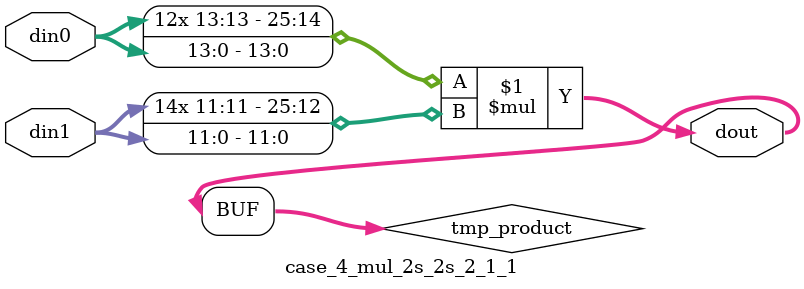
<source format=v>

`timescale 1 ns / 1 ps

 module case_4_mul_2s_2s_2_1_1(din0, din1, dout);
parameter ID = 1;
parameter NUM_STAGE = 0;
parameter din0_WIDTH = 14;
parameter din1_WIDTH = 12;
parameter dout_WIDTH = 26;

input [din0_WIDTH - 1 : 0] din0; 
input [din1_WIDTH - 1 : 0] din1; 
output [dout_WIDTH - 1 : 0] dout;

wire signed [dout_WIDTH - 1 : 0] tmp_product;



























assign tmp_product = $signed(din0) * $signed(din1);








assign dout = tmp_product;





















endmodule

</source>
